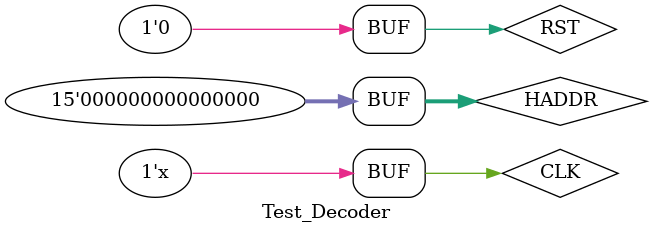
<source format=v>
/*##########Script Information###############################
  # Purpose: Decoder testbench For System Bus Design   
  # Updated: 07-08-2022                                  
  # Author : Rumesh                                  
  ###########################################################*/
  
`timescale 1ns / 1ps

module Test_Decoder;

	// Inputs
	reg RST;
	reg CLK;
	reg [14:0] HADDR;

	// Outputs
	wire SEL_1;
	wire SEL_2;
	wire SEL_3;
	wire [1:0] SELR;

	// Instantiate the Unit Under Test (UUT)
	Decoder uut (
		.RST(RST), 
		.CLK(CLK), 
		.HADDR(HADDR), 
		.SEL_1(SEL_1), 
		.SEL_2(SEL_2), 
		.SEL_3(SEL_3), 
		.SELR(SELR)
	);
	
	always #15  CLK =  ! CLK;
	
	initial begin
	#500 RST = 1; // Reset test
	#50 RST = 0;
	end

	initial begin
		// Initialize Inputs
		RST = 0;
		CLK = 0;
		HADDR = 0;

		// Wait 100 ns for global reset to finish
		#100;
        
		// Add stimulus here
		#150 HADDR = 15'b000000000000000;RST = 0;
		#150 HADDR = 15'b010000000000000;RST = 0; // Slave 1 select
		#150 HADDR = 15'b100000000000000;RST = 0; // Slave 2 select
		#150 HADDR = 15'b110000000000000;RST = 0; // Slave 3 select
		#150 HADDR = 15'b000000000000000;RST = 0;
		
	end
	
endmodule


</source>
